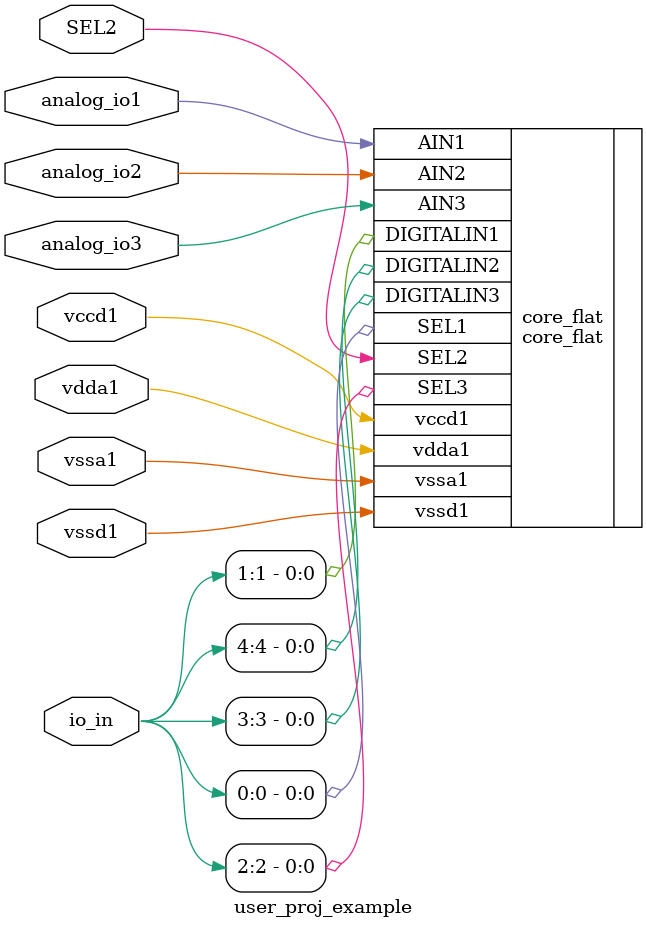
<source format=v>
/* Generated by Yosys 0.30+48 (git sha1 14d50a176d5, gcc 8.3.1 -fPIC -Os) */

module user_proj_example(vdda1, vssa1, vccd1, vssd1, io_in, SEL2, analog_io1, analog_io2, analog_io3);
  inout SEL2;
  wire SEL2;
  inout analog_io1;
  wire analog_io1;
  inout analog_io2;
  wire analog_io2;
  inout analog_io3;
  wire analog_io3;
  input [4:0] io_in;
  wire [4:0] io_in;
  inout vccd1;
  wire vccd1;
  inout vdda1;
  wire vdda1;
  inout vssa1;
  wire vssa1;
  inout vssd1;
  wire vssd1;
  core_flat core_flat (
    .AIN1(analog_io1),
    .AIN2(analog_io2),
    .AIN3(analog_io3),
    .DIGITALIN1(io_in[1]),
    .DIGITALIN2(io_in[4]),
    .DIGITALIN3(io_in[3]),
    .SEL1(io_in[0]),
    .SEL2(SEL2),
    .SEL3(io_in[2]),
    .vccd1(vccd1),
    .vdda1(vdda1),
    .vssa1(vssa1),
    .vssd1(vssd1)
  );
endmodule

</source>
